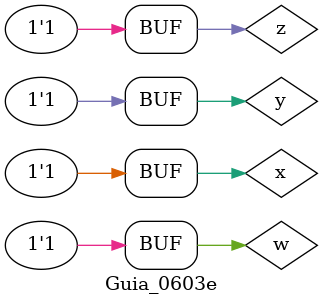
<source format=v>
/*
 Guia_0603e.v - v0.0. - 28 / 08 / 2022
 Autor    : Gabriel Vargas Bento de Souza
 Matricula: 778023
 */

/* 
 Soma dos produtos
                  ___
f(x, y, w, z) =  \   m (0,1,2,7,8,9,12,15)  = SoP(0,1,2,7,8,9,12,15)
                 /___
*/ 

/**
 SoP(0,1,2,7,8,9,12,15)
 */
module SoP (output s,
            input  x, y, w, z);
   assign s = (~x & ~y & ~w & ~z)  // 0
            | (~x & ~y & ~w &  z)  // 1
            | (~x & ~y &  w & ~z)  // 2
            | (~x &  y &  w &  z)  // 7
            | ( x & ~y & ~w & ~z)  // 8
            | ( x & ~y & ~w &  z)  // 9
            | ( x &  y & ~w & ~z)  // 12
            | ( x &  y &  w &  z); // 15
endmodule // SoP

/**
 SoP(0,1,2,7,8,9,12,15)_Simplificado = y'.w' + y .w. z + x'.y'.z' + x. w'.z'
 */
module SoP_simple (output s,
                   input  x, y, w, z);
   assign s = (~y & ~w)
            | ( y &  w &  z)
            | (~x & ~y & ~z)
            | (x & ~w & ~z);
endmodule // SoP_simple

/**
  Guia_0603e.v
 */
module Guia_0603e;
   reg  x, y, w, z;
   wire s1, s2;
   
   // instancias
   SoP        SOP1 (s1, x, y, w, z);
   SoP_simple SOP2 (s2, x, y, w, z);
   
   // valores iniciais
   initial begin: start
      x=1'bx; y=1'bx; w=1'bx; z=1'bx;
   end

   // parte principal
   initial begin: main
       $display("Gabriel Vargas Bento de Souza - 778023");
       $display("Guia_06");
       $display("\n03.e) SoP (0,1,2,7,8,9,12,15)\n");

       // monitoramento
       $display(" x  y  w  z  s1  s2");
       $monitor("%2b %2b %2b %2b %2b %3b", x,  y, w, z,  s1, s2);

       // sinalizacao
          x=0; y=0; w=0; z=0;
       #1                z=1;
       #1           w=1; z=0;
       #1                z=1;
       #1      y=1; w=0; z=0;
       #1                z=1;
       #1           w=1; z=0;
       #1                z=1;
       #1 x=1; y=0; w=0; z=0;
       #1                z=1;
       #1           w=1; z=0;
       #1                z=1;
       #1      y=1; w=0; z=0;
       #1                z=1;
       #1           w=1; z=0;
       #1                z=1;
   end
endmodule // Guia_0603e

/*
C:\Users\Gabriel\Desktop\CC-PUC\2Periodo\ARQ1\Tarefas\Guia06>vvp Guia_0603e.vvp
Gabriel Vargas Bento de Souza - 778023
Guia_06

03.e) SoP (0,1,2,7,8,9,12,15)

 x  y  w  z  s1  s2
 0  0  0  0  1   1
 0  0  0  1  1   1
 0  0  1  0  1   1
 0  0  1  1  0   0
 0  1  0  0  0   0
 0  1  0  1  0   0
 0  1  1  0  0   0
 0  1  1  1  1   1
 1  0  0  0  1   1
 1  0  0  1  1   1
 1  0  1  0  0   0
 1  0  1  1  0   0
 1  1  0  0  1   1
 1  1  0  1  0   0
 1  1  1  0  0   0
 1  1  1  1  1   1

*/
</source>
